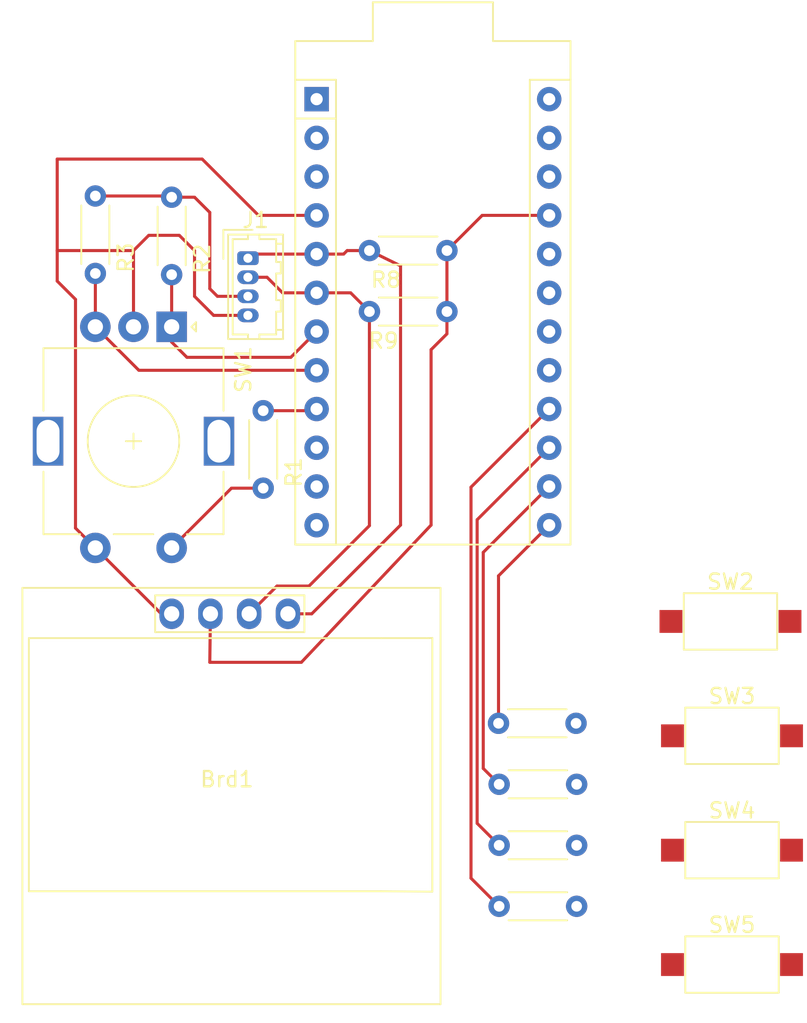
<source format=kicad_pcb>
(kicad_pcb (version 20241229) (generator "pcbnew") (generator_version "9.0")
  (layers (0 "F.Cu" signal) (2 "B.Cu" signal) (13 "F.Paste" user) (15 "B.Paste" user) (5 "F.SilkS" user "F.Silkscreen") (7 "B.SilkS" user "B.Silkscreen") (1 "F.Mask" user) (3 "B.Mask" user) (25 "Edge.Cuts" user))
  (net 0 "")
  (net 1 "VCC")
  (net 2 "SCL")
  (net 3 "SDA")
  (net 4 "Net-(U2-~D10{slash}A10)")
  (net 5 "SW")
  (net 6 "Net-(R1-Pad2)")
  (net 7 "DT")
  (net 8 "CLK")
  (net 9 "Net-(R4-Pad1)")
  (net 10 "Net-(U2-D16)")
  (net 11 "Net-(U2-D14)")
  (net 12 "Net-(R5-Pad1)")
  (net 13 "Net-(R6-Pad1)")
  (net 14 "Net-(U2-D15)")
  (net 15 "Net-(R7-Pad1)")
  (net 17 "GND")
  (footprint "SSD1306:128x64OLED" (layer "F.Cu") (at 137.62 108.42)
    (property "Reference" "Brd1" (at 0 0.254 0) (layer "F.SilkS"))
    (property "Value" "SSD1306")
    (fp_line (start -13.4 -12.3) (end 14 -12.3) (stroke (width 0.12)) (layer "F.SilkS"))
    (fp_line (start -13.4 15) (end -13.4 -12.3) (stroke (width 0.12)) (layer "F.SilkS"))
    (fp_line (start -12.978 -9.005) (end 10.122 -9.005) (stroke (width 0.12)) (layer "F.SilkS"))
    (fp_line (start -12.978 7.595) (end -12.978 -9.005) (stroke (width 0.12)) (layer "F.SilkS"))
    (fp_line (start -4.699 -11.811) (end -4.699 -9.398) (stroke (width 0.12)) (layer "F.SilkS"))
    (fp_line (start -4.699 -11.811) (end 5.08 -11.811) (stroke (width 0.12)) (layer "F.SilkS"))
    (fp_line (start 5.08 -11.811) (end 5.08 -9.398) (stroke (width 0.12)) (layer "F.SilkS"))
    (fp_line (start 5.08 -9.398) (end -4.699 -9.398) (stroke (width 0.12)) (layer "F.SilkS"))
    (fp_line (start 10.122 -9.005) (end 13.208 -9.005) (stroke (width 0.12)) (layer "F.SilkS"))
    (fp_line (start 10.122 7.595) (end -12.978 7.595) (stroke (width 0.12)) (layer "F.SilkS"))
    (fp_line (start 10.122 7.595) (end 13.462 7.62) (stroke (width 0.12)) (layer "F.SilkS"))
    (fp_line (start 13.462 -9.017) (end 13.208 -9.005) (stroke (width 0.12)) (layer "F.SilkS"))
    (fp_line (start 13.462 7.62) (end 13.462 -9.017) (stroke (width 0.12)) (layer "F.SilkS"))
    (fp_line (start 14 -12.3) (end 14 15) (stroke (width 0.12)) (layer "F.SilkS"))
    (fp_line (start 14 15) (end -13.4 15) (stroke (width 0.12)) (layer "F.SilkS"))
    (pad "1" thru_hole oval (at -3.62 -10.6 90) (size 2 1.6) (drill 1) (layers "*.Cu" "*.Mask") (net 17 "GND"))
    (pad "2" thru_hole oval (at -1.08 -10.6 90) (size 2 1.6) (drill 1) (layers "*.Cu" "*.Mask") (net 1 "VCC"))
    (pad "3" thru_hole oval (at 1.46 -10.6 90) (size 2 1.6) (drill 1) (layers "*.Cu" "*.Mask") (net 2 "SCL"))
    (pad "4" thru_hole oval (at 4 -10.6 90) (size 2 1.6) (drill 1) (layers "*.Cu" "*.Mask") (net 3 "SDA"))
  )
  (footprint "Button_Switch_SMD:SW_SPST_CK_RS282G05A3" (layer "F.Cu") (at 170.62 98.32)
    (property "Reference" "SW2" (at 0 -2.6 0) (layer "F.SilkS"))
    (property "Value" "Up")
    (fp_line (start -3.06 -1.85) (end 3.06 -1.85) (stroke (width 0.12)) (layer "F.SilkS"))
    (fp_line (start -3.06 1.85) (end -3.06 -1.85) (stroke (width 0.12)) (layer "F.SilkS"))
    (fp_line (start 3.06 -1.85) (end 3.06 1.85) (stroke (width 0.12)) (layer "F.SilkS"))
    (fp_line (start 3.06 1.85) (end -3.06 1.85) (stroke (width 0.12)) (layer "F.SilkS"))
    (pad "1" smd rect (at -3.9 0) (size 1.5 1.5) (layers "F.Cu" "F.Mask" "F.Paste") (net 9 "Net-(R4-Pad1)"))
    (pad "2" smd rect (at 3.9 0) (size 1.5 1.5) (layers "F.Cu" "F.Mask" "F.Paste") (net 17 "GND"))
  )
  (footprint "Resistor_THT:R_Axial_DIN0204_L3.6mm_D1.6mm_P5.08mm_Horizontal" (layer "F.Cu") (at 152.04 74 180)
    (property "Reference" "R8" (at 4 -1.92 0) (layer "F.SilkS"))
    (property "Value" "10K")
    (fp_line (start 0.62 0.92) (end 4.46 0.92) (stroke (width 0.12)) (layer "F.SilkS"))
    (fp_line (start 0.62 -0.92) (end 4.46 -0.92) (stroke (width 0.12)) (layer "F.SilkS"))
    (pad "1" thru_hole circle (at 0 0 180) (size 1.4 1.4) (drill 0.7) (layers "*.Cu" "*.Mask") (net 1 "VCC"))
    (pad "2" thru_hole circle (at 5.08 0 180) (size 1.4 1.4) (drill 0.7) (layers "*.Cu" "*.Mask") (net 3 "SDA"))
  )
  (footprint "Arduino:Sparkfun_Pro_Micro" (layer "F.Cu") (at 158.74 92.01 180)
    (property "Reference" "U2" (hide yes))
    (property "Value" "Sparkfun_Pro_Micro")
    (fp_line (start 16.637 31.75) (end 16.64 -1.27) (stroke (width 0.12)) (layer "F.SilkS"))
    (fp_line (start 16.637 -1.27) (end 1.27 -1.27) (stroke (width 0.12)) (layer "F.SilkS"))
    (fp_line (start 13.97 29.21) (end 16.64 29.21) (stroke (width 0.12)) (layer "F.SilkS"))
    (fp_line (start 13.97 26.67) (end 16.64 26.67) (stroke (width 0.12)) (layer "F.SilkS"))
    (fp_line (start 13.97 -1.27) (end 16.64 -1.27) (stroke (width 0.12)) (layer "F.SilkS"))
    (fp_line (start 13.97 -1.27) (end 13.97 29.21) (stroke (width 0.12)) (layer "F.SilkS"))
    (fp_line (start 11.557 34.29) (end 11.557 31.75) (stroke (width 0.12)) (layer "F.SilkS"))
    (fp_line (start 11.557 31.75) (end 16.637 31.75) (stroke (width 0.12)) (layer "F.SilkS"))
    (fp_line (start 3.683 34.29) (end 11.557 34.29) (stroke (width 0.12)) (layer "F.SilkS"))
    (fp_line (start 3.683 34.29) (end 3.683 31.75) (stroke (width 0.12)) (layer "F.SilkS"))
    (fp_line (start 1.27 29.21) (end -1.4 29.21) (stroke (width 0.12)) (layer "F.SilkS"))
    (fp_line (start 1.27 1.27) (end 1.27 29.21) (stroke (width 0.12)) (layer "F.SilkS"))
    (fp_line (start 1.27 1.27) (end 1.27 -1.27) (stroke (width 0.12)) (layer "F.SilkS"))
    (fp_line (start 1.27 -1.27) (end -1.397 -1.27) (stroke (width 0.12)) (layer "F.SilkS"))
    (fp_line (start -1.397 31.75) (end 3.683 31.75) (stroke (width 0.12)) (layer "F.SilkS"))
    (fp_line (start -1.397 -1.27) (end -1.397 31.75) (stroke (width 0.12)) (layer "F.SilkS"))
    (pad "1" thru_hole rect (at 15.24 27.94 180) (size 1.6 1.6) (drill 0.8) (layers "*.Cu" "*.Mask"))
    (pad "2" thru_hole oval (at 15.24 25.4 180) (size 1.6 1.6) (drill 0.8) (layers "*.Cu" "*.Mask"))
    (pad "3" thru_hole oval (at 15.24 22.86 180) (size 1.6 1.6) (drill 0.8) (layers "*.Cu" "*.Mask"))
    (pad "4" thru_hole oval (at 15.24 20.32 180) (size 1.6 1.6) (drill 0.8) (layers "*.Cu" "*.Mask"))
    (pad "5" thru_hole oval (at 15.24 17.78 180) (size 1.6 1.6) (drill 0.8) (layers "*.Cu" "*.Mask") (net 3 "SDA"))
    (pad "6" thru_hole oval (at 15.24 15.24 180) (size 1.6 1.6) (drill 0.8) (layers "*.Cu" "*.Mask") (net 2 "SCL"))
    (pad "7" thru_hole oval (at 15.24 12.7 180) (size 1.6 1.6) (drill 0.8) (layers "*.Cu" "*.Mask") (net 7 "DT"))
    (pad "8" thru_hole oval (at 15.24 10.16 180) (size 1.6 1.6) (drill 0.8) (layers "*.Cu" "*.Mask") (net 8 "CLK"))
    (pad "9" thru_hole oval (at 15.24 7.62 180) (size 1.6 1.6) (drill 0.8) (layers "*.Cu" "*.Mask") (net 5 "SW"))
    (pad "10" thru_hole oval (at 15.24 5.08 180) (size 1.6 1.6) (drill 0.8) (layers "*.Cu" "*.Mask"))
    (pad "11" thru_hole oval (at 15.24 2.54 180) (size 1.6 1.6) (drill 0.8) (layers "*.Cu" "*.Mask"))
    (pad "12" thru_hole oval (at 15.24 0 180) (size 1.6 1.6) (drill 0.8) (layers "*.Cu" "*.Mask"))
    (pad "13" thru_hole oval (at 0 0 180) (size 1.6 1.6) (drill 0.8) (layers "*.Cu" "*.Mask") (net 4 "Net-(U2-~D10{slash}A10)"))
    (pad "14" thru_hole oval (at 0 2.54 180) (size 1.6 1.6) (drill 0.8) (layers "*.Cu" "*.Mask") (net 10 "Net-(U2-D16)"))
    (pad "15" thru_hole oval (at 0 5.08 180) (size 1.6 1.6) (drill 0.8) (layers "*.Cu" "*.Mask") (net 11 "Net-(U2-D14)"))
    (pad "16" thru_hole oval (at 0 7.62 180) (size 1.6 1.6) (drill 0.8) (layers "*.Cu" "*.Mask") (net 14 "Net-(U2-D15)"))
    (pad "17" thru_hole oval (at 0 10.16 180) (size 1.6 1.6) (drill 0.8) (layers "*.Cu" "*.Mask"))
    (pad "18" thru_hole oval (at 0 12.7 180) (size 1.6 1.6) (drill 0.8) (layers "*.Cu" "*.Mask"))
    (pad "19" thru_hole oval (at 0 15.24 180) (size 1.6 1.6) (drill 0.8) (layers "*.Cu" "*.Mask"))
    (pad "20" thru_hole oval (at 0 17.78 180) (size 1.6 1.6) (drill 0.8) (layers "*.Cu" "*.Mask"))
    (pad "21" thru_hole oval (at 0 20.32 180) (size 1.6 1.6) (drill 0.8) (layers "*.Cu" "*.Mask") (net 1 "VCC"))
    (pad "22" thru_hole oval (at 0 22.86 180) (size 1.6 1.6) (drill 0.8) (layers "*.Cu" "*.Mask"))
    (pad "23" thru_hole oval (at 0 25.4 180) (size 1.6 1.6) (drill 0.8) (layers "*.Cu" "*.Mask") (net 17 "GND"))
    (pad "24" thru_hole oval (at 0 27.94 180) (size 1.6 1.6) (drill 0.8) (layers "*.Cu" "*.Mask"))
  )
  (footprint "Button_Switch_SMD:SW_SPST_CK_RS282G05A3" (layer "F.Cu") (at 170.72 113.32)
    (property "Reference" "SW4" (at 0 -2.6 0) (layer "F.SilkS"))
    (property "Value" "H")
    (fp_line (start -3.06 -1.85) (end 3.06 -1.85) (stroke (width 0.12)) (layer "F.SilkS"))
    (fp_line (start -3.06 1.85) (end -3.06 -1.85) (stroke (width 0.12)) (layer "F.SilkS"))
    (fp_line (start 3.06 -1.85) (end 3.06 1.85) (stroke (width 0.12)) (layer "F.SilkS"))
    (fp_line (start 3.06 1.85) (end -3.06 1.85) (stroke (width 0.12)) (layer "F.SilkS"))
    (pad "1" smd rect (at -3.9 0) (size 1.5 1.5) (layers "F.Cu" "F.Mask" "F.Paste") (net 13 "Net-(R6-Pad1)"))
    (pad "2" smd rect (at 3.9 0) (size 1.5 1.5) (layers "F.Cu" "F.Mask" "F.Paste") (net 17 "GND"))
  )
  (footprint "Resistor_THT:R_Axial_DIN0204_L3.6mm_D1.6mm_P5.08mm_Horizontal" (layer "F.Cu") (at 134 70.5 -90)
    (property "Reference" "R2" (at 4.04 -2 90) (layer "F.SilkS"))
    (property "Value" "10K")
    (fp_line (start 0.62 0.92) (end 4.46 0.92) (stroke (width 0.12)) (layer "F.SilkS"))
    (fp_line (start 0.62 -0.92) (end 4.46 -0.92) (stroke (width 0.12)) (layer "F.SilkS"))
    (pad "1" thru_hole circle (at 0 0 270) (size 1.4 1.4) (drill 0.7) (layers "*.Cu" "*.Mask") (net 1 "VCC"))
    (pad "2" thru_hole circle (at 5.08 0 270) (size 1.4 1.4) (drill 0.7) (layers "*.Cu" "*.Mask") (net 7 "DT"))
  )
  (footprint "Resistor_THT:R_Axial_DIN0204_L3.6mm_D1.6mm_P5.08mm_Horizontal" (layer "F.Cu") (at 160.5 105 180)
    (property "Reference" "R4" (hide yes))
    (property "Value" "10K")
    (fp_line (start 0.62 0.92) (end 4.46 0.92) (stroke (width 0.12)) (layer "F.SilkS"))
    (fp_line (start 0.62 -0.92) (end 4.46 -0.92) (stroke (width 0.12)) (layer "F.SilkS"))
    (pad "1" thru_hole circle (at 0 0 180) (size 1.4 1.4) (drill 0.7) (layers "*.Cu" "*.Mask") (net 9 "Net-(R4-Pad1)"))
    (pad "2" thru_hole circle (at 5.08 0 180) (size 1.4 1.4) (drill 0.7) (layers "*.Cu" "*.Mask") (net 4 "Net-(U2-~D10{slash}A10)"))
  )
  (footprint "Resistor_THT:R_Axial_DIN0204_L3.6mm_D1.6mm_P5.08mm_Horizontal" (layer "F.Cu") (at 140 84.5 -90)
    (property "Reference" "R1" (at 4.04 -2 90) (layer "F.SilkS"))
    (property "Value" "10K")
    (fp_line (start 0.62 0.92) (end 4.46 0.92) (stroke (width 0.12)) (layer "F.SilkS"))
    (fp_line (start 0.62 -0.92) (end 4.46 -0.92) (stroke (width 0.12)) (layer "F.SilkS"))
    (pad "1" thru_hole circle (at 0 0 270) (size 1.4 1.4) (drill 0.7) (layers "*.Cu" "*.Mask") (net 5 "SW"))
    (pad "2" thru_hole circle (at 5.08 0 270) (size 1.4 1.4) (drill 0.7) (layers "*.Cu" "*.Mask") (net 6 "Net-(R1-Pad2)"))
  )
  (footprint "Resistor_THT:R_Axial_DIN0204_L3.6mm_D1.6mm_P5.08mm_Horizontal" (layer "F.Cu") (at 152.04 78 180)
    (property "Reference" "R9" (at 4.16 -1.92 0) (layer "F.SilkS"))
    (property "Value" "10K")
    (fp_line (start 0.62 0.92) (end 4.46 0.92) (stroke (width 0.12)) (layer "F.SilkS"))
    (fp_line (start 0.62 -0.92) (end 4.46 -0.92) (stroke (width 0.12)) (layer "F.SilkS"))
    (pad "1" thru_hole circle (at 0 0 180) (size 1.4 1.4) (drill 0.7) (layers "*.Cu" "*.Mask") (net 1 "VCC"))
    (pad "2" thru_hole circle (at 5.08 0 180) (size 1.4 1.4) (drill 0.7) (layers "*.Cu" "*.Mask") (net 2 "SCL"))
  )
  (footprint "Rotary_Encoder:RotaryEncoder_Alps_EC11E-Switch_Vertical_H20mm" (layer "F.Cu") (at 134 79 -90)
    (property "Reference" "SW1" (at 2.8 -4.7 90) (layer "F.SilkS"))
    (property "Value" "RotaryEncoder")
    (fp_line (start 5.5 8.4) (end 1.4 8.4) (stroke (width 0.12)) (layer "F.SilkS"))
    (fp_line (start 13.6 8.4) (end 9.5 8.4) (stroke (width 0.12)) (layer "F.SilkS"))
    (fp_line (start 13.6 6) (end 13.6 8.4) (stroke (width 0.12)) (layer "F.SilkS"))
    (fp_line (start 7 2.5) (end 8 2.5) (stroke (width 0.12)) (layer "F.SilkS"))
    (fp_line (start 7.5 2) (end 7.5 3) (stroke (width 0.12)) (layer "F.SilkS"))
    (fp_line (start 13.6 1.2) (end 13.6 3.8) (stroke (width 0.12)) (layer "F.SilkS"))
    (fp_line (start 0 -1.3) (end -0.3 -1.6) (stroke (width 0.12)) (layer "F.SilkS"))
    (fp_line (start -0.3 -1.6) (end 0.3 -1.6) (stroke (width 0.12)) (layer "F.SilkS"))
    (fp_line (start 0.3 -1.6) (end 0 -1.3) (stroke (width 0.12)) (layer "F.SilkS"))
    (fp_line (start 1.4 -3.4) (end 1.4 8.4) (stroke (width 0.12)) (layer "F.SilkS"))
    (fp_line (start 5.5 -3.4) (end 1.4 -3.4) (stroke (width 0.12)) (layer "F.SilkS"))
    (fp_line (start 9.5 -3.4) (end 13.6 -3.4) (stroke (width 0.12)) (layer "F.SilkS"))
    (fp_line (start 13.6 -3.4) (end 13.6 -1) (stroke (width 0.12)) (layer "F.SilkS"))
    (fp_circle (center 7.5 2.5) (end 10.5 2.5) (stroke (width 0.12)) (fill no) (layer "F.SilkS"))
    (pad "A" thru_hole rect (at 0 0 270) (size 2 2) (drill 1) (layers "*.Cu" "*.Mask") (net 7 "DT"))
    (pad "B" thru_hole circle (at 0 5 270) (size 2 2) (drill 1) (layers "*.Cu" "*.Mask") (net 8 "CLK"))
    (pad "C" thru_hole circle (at 0 2.5 270) (size 2 2) (drill 1) (layers "*.Cu" "*.Mask") (net 17 "GND"))
    (pad "MP" thru_hole rect (at 7.5 -3.1 270) (size 3.2 2) (drill oval 2.8 1.5) (layers "*.Cu" "*.Mask"))
    (pad "MP" thru_hole rect (at 7.5 8.1 270) (size 3.2 2) (drill oval 2.8 1.5) (layers "*.Cu" "*.Mask"))
    (pad "S1" thru_hole circle (at 14.5 5 270) (size 2 2) (drill 1) (layers "*.Cu" "*.Mask") (net 17 "GND"))
    (pad "S2" thru_hole circle (at 14.5 0 270) (size 2 2) (drill 1) (layers "*.Cu" "*.Mask") (net 6 "Net-(R1-Pad2)"))
  )
  (footprint "Resistor_THT:R_Axial_DIN0204_L3.6mm_D1.6mm_P5.08mm_Horizontal" (layer "F.Cu") (at 160.54 117 180)
    (property "Reference" "R7" (hide yes))
    (property "Value" "10K")
    (fp_line (start 0.62 0.92) (end 4.46 0.92) (stroke (width 0.12)) (layer "F.SilkS"))
    (fp_line (start 0.62 -0.92) (end 4.46 -0.92) (stroke (width 0.12)) (layer "F.SilkS"))
    (pad "1" thru_hole circle (at 0 0 180) (size 1.4 1.4) (drill 0.7) (layers "*.Cu" "*.Mask") (net 15 "Net-(R7-Pad1)"))
    (pad "2" thru_hole circle (at 5.08 0 180) (size 1.4 1.4) (drill 0.7) (layers "*.Cu" "*.Mask") (net 14 "Net-(U2-D15)"))
  )
  (footprint "Resistor_THT:R_Axial_DIN0204_L3.6mm_D1.6mm_P5.08mm_Horizontal" (layer "F.Cu") (at 160.54 109 180)
    (property "Reference" "R5" (hide yes))
    (property "Value" "10K")
    (fp_line (start 0.62 0.92) (end 4.46 0.92) (stroke (width 0.12)) (layer "F.SilkS"))
    (fp_line (start 0.62 -0.92) (end 4.46 -0.92) (stroke (width 0.12)) (layer "F.SilkS"))
    (pad "1" thru_hole circle (at 0 0 180) (size 1.4 1.4) (drill 0.7) (layers "*.Cu" "*.Mask") (net 12 "Net-(R5-Pad1)"))
    (pad "2" thru_hole circle (at 5.08 0 180) (size 1.4 1.4) (drill 0.7) (layers "*.Cu" "*.Mask") (net 10 "Net-(U2-D16)"))
  )
  (footprint "Resistor_THT:R_Axial_DIN0204_L3.6mm_D1.6mm_P5.08mm_Horizontal" (layer "F.Cu") (at 160.54 113 180)
    (property "Reference" "R6" (hide yes))
    (property "Value" "10K")
    (fp_line (start 0.62 0.92) (end 4.46 0.92) (stroke (width 0.12)) (layer "F.SilkS"))
    (fp_line (start 0.62 -0.92) (end 4.46 -0.92) (stroke (width 0.12)) (layer "F.SilkS"))
    (pad "1" thru_hole circle (at 0 0 180) (size 1.4 1.4) (drill 0.7) (layers "*.Cu" "*.Mask") (net 13 "Net-(R6-Pad1)"))
    (pad "2" thru_hole circle (at 5.08 0 180) (size 1.4 1.4) (drill 0.7) (layers "*.Cu" "*.Mask") (net 11 "Net-(U2-D14)"))
  )
  (footprint "Connector_Hirose:Hirose_DF13-04P-1.25DSA_1x04_P1.25mm_Vertical" (layer "F.Cu") (at 139 74.5 -90)
    (property "Reference" "J1" (at -2.5 -0.5 0) (layer "F.SilkS"))
    (property "Value" "External I2C")
    (fp_line (start -1.86 1.61) (end 0.05 1.61) (stroke (width 0.12)) (layer "F.SilkS"))
    (fp_line (start -1.55 1.3) (end 5.3 1.3) (stroke (width 0.12)) (layer "F.SilkS"))
    (fp_line (start 5.3 1.3) (end 5.3 -2.3) (stroke (width 0.12)) (layer "F.SilkS"))
    (fp_line (start -1.25 1) (end 5 1) (stroke (width 0.12)) (layer "F.SilkS"))
    (fp_line (start 5 1) (end 5 0) (stroke (width 0.12)) (layer "F.SilkS"))
    (fp_line (start -1.55 0) (end -1.25 0) (stroke (width 0.12)) (layer "F.SilkS"))
    (fp_line (start -1.25 0) (end -1.25 1) (stroke (width 0.12)) (layer "F.SilkS"))
    (fp_line (start 5 0) (end 5.3 0) (stroke (width 0.12)) (layer "F.SilkS"))
    (fp_line (start -1.86 -0.3) (end -1.86 1.61) (stroke (width 0.12)) (layer "F.SilkS"))
    (fp_line (start -1.55 -0.75) (end -1.25 -0.75) (stroke (width 0.12)) (layer "F.SilkS"))
    (fp_line (start -1.25 -0.75) (end -1.25 -1.85) (stroke (width 0.12)) (layer "F.SilkS"))
    (fp_line (start 5 -0.75) (end 5 -1.85) (stroke (width 0.12)) (layer "F.SilkS"))
    (fp_line (start 5.3 -0.75) (end 5 -0.75) (stroke (width 0.12)) (layer "F.SilkS"))
    (fp_line (start -1.25 -1.85) (end -0.95 -1.85) (stroke (width 0.12)) (layer "F.SilkS"))
    (fp_line (start -0.95 -1.85) (end 0.25 -1.85) (stroke (width 0.12)) (layer "F.SilkS"))
    (fp_line (start -0.95 -1.85) (end -0.95 -2.3) (stroke (width 0.12)) (layer "F.SilkS"))
    (fp_line (start 0.25 -1.85) (end 0.25 -2.15) (stroke (width 0.12)) (layer "F.SilkS"))
    (fp_line (start 1 -1.85) (end 2.75 -1.85) (stroke (width 0.12)) (layer "F.SilkS"))
    (fp_line (start 2.75 -1.85) (end 2.75 -2.15) (stroke (width 0.12)) (layer "F.SilkS"))
    (fp_line (start 3.5 -1.85) (end 4.7 -1.85) (stroke (width 0.12)) (layer "F.SilkS"))
    (fp_line (start 4.7 -1.85) (end 4.7 -2.3) (stroke (width 0.12)) (layer "F.SilkS"))
    (fp_line (start 5 -1.85) (end 4.7 -1.85) (stroke (width 0.12)) (layer "F.SilkS"))
    (fp_line (start 0.25 -2.15) (end 1 -2.15) (stroke (width 0.12)) (layer "F.SilkS"))
    (fp_line (start 1 -2.15) (end 1 -1.85) (stroke (width 0.12)) (layer "F.SilkS"))
    (fp_line (start 2.75 -2.15) (end 3.5 -2.15) (stroke (width 0.12)) (layer "F.SilkS"))
    (fp_line (start 3.5 -2.15) (end 3.5 -1.85) (stroke (width 0.12)) (layer "F.SilkS"))
    (fp_line (start -1.55 -2.3) (end -1.55 1.3) (stroke (width 0.12)) (layer "F.SilkS"))
    (fp_line (start 5.3 -2.3) (end -1.55 -2.3) (stroke (width 0.12)) (layer "F.SilkS"))
    (pad "1" thru_hole roundrect (at 0 0 270) (size 0.9 1.4) (drill 0.6) (layers "*.Cu" "*.Mask") (net 3 "SDA"))
    (pad "2" thru_hole oval (at 1.25 0 270) (size 0.9 1.4) (drill 0.6) (layers "*.Cu" "*.Mask") (net 2 "SCL"))
    (pad "3" thru_hole oval (at 2.5 0 270) (size 0.9 1.4) (drill 0.6) (layers "*.Cu" "*.Mask") (net 1 "VCC"))
    (pad "4" thru_hole oval (at 3.75 0 270) (size 0.9 1.4) (drill 0.6) (layers "*.Cu" "*.Mask") (net 17 "GND"))
  )
  (footprint "Resistor_THT:R_Axial_DIN0204_L3.6mm_D1.6mm_P5.08mm_Horizontal" (layer "F.Cu") (at 129 75.5 90)
    (property "Reference" "R3" (at 1.04 2 90) (layer "F.SilkS"))
    (property "Value" "10K")
    (fp_line (start 0.62 -0.92) (end 4.46 -0.92) (stroke (width 0.12)) (layer "F.SilkS"))
    (fp_line (start 0.62 0.92) (end 4.46 0.92) (stroke (width 0.12)) (layer "F.SilkS"))
    (pad "1" thru_hole circle (at 0 0 90) (size 1.4 1.4) (drill 0.7) (layers "*.Cu" "*.Mask") (net 8 "CLK"))
    (pad "2" thru_hole circle (at 5.08 0 90) (size 1.4 1.4) (drill 0.7) (layers "*.Cu" "*.Mask") (net 1 "VCC"))
  )
  (footprint "Button_Switch_SMD:SW_SPST_CK_RS282G05A3" (layer "F.Cu") (at 170.72 105.82)
    (property "Reference" "SW3" (at 0 -2.6 0) (layer "F.SilkS"))
    (property "Value" "Down")
    (fp_line (start -3.06 -1.85) (end 3.06 -1.85) (stroke (width 0.12)) (layer "F.SilkS"))
    (fp_line (start -3.06 1.85) (end -3.06 -1.85) (stroke (width 0.12)) (layer "F.SilkS"))
    (fp_line (start 3.06 -1.85) (end 3.06 1.85) (stroke (width 0.12)) (layer "F.SilkS"))
    (fp_line (start 3.06 1.85) (end -3.06 1.85) (stroke (width 0.12)) (layer "F.SilkS"))
    (pad "1" smd rect (at -3.9 0) (size 1.5 1.5) (layers "F.Cu" "F.Mask" "F.Paste") (net 12 "Net-(R5-Pad1)"))
    (pad "2" smd rect (at 3.9 0) (size 1.5 1.5) (layers "F.Cu" "F.Mask" "F.Paste") (net 17 "GND"))
  )
  (footprint "Button_Switch_SMD:SW_SPST_CK_RS282G05A3" (layer "F.Cu") (at 170.72 120.82)
    (property "Reference" "SW5" (at 0 -2.6 0) (layer "F.SilkS"))
    (property "Value" "*")
    (fp_line (start -3.06 -1.85) (end 3.06 -1.85) (stroke (width 0.12)) (layer "F.SilkS"))
    (fp_line (start -3.06 1.85) (end -3.06 -1.85) (stroke (width 0.12)) (layer "F.SilkS"))
    (fp_line (start 3.06 -1.85) (end 3.06 1.85) (stroke (width 0.12)) (layer "F.SilkS"))
    (fp_line (start 3.06 1.85) (end -3.06 1.85) (stroke (width 0.12)) (layer "F.SilkS"))
    (pad "1" smd rect (at -3.9 0) (size 1.5 1.5) (layers "F.Cu" "F.Mask" "F.Paste") (net 15 "Net-(R7-Pad1)"))
    (pad "2" smd rect (at 3.9 0) (size 1.5 1.5) (layers "F.Cu" "F.Mask" "F.Paste") (net 17 "GND"))
  )
  (segment (start 136.5 76.5) (end 137 77) (width 0.2) (layer "F.Cu") (net 1))
  (segment (start 152.04 74) (end 152.04 78) (width 0.2) (layer "F.Cu") (net 1))
  (segment (start 136.5 71.5) (end 136.5 76.5) (width 0.2) (layer "F.Cu") (net 1))
  (segment (start 151 92) (end 142.5 101) (width 0.2) (layer "F.Cu") (net 1))
  (segment (start 134 70.5) (end 135.5 70.5) (width 0.2) (layer "F.Cu") (net 1))
  (segment (start 133.92 70.42) (end 134 70.5) (width 0.2) (layer "F.Cu") (net 1))
  (segment (start 137 77) (end 139 77) (width 0.2) (layer "F.Cu") (net 1))
  (segment (start 152.04 78) (end 152.04 79.46) (width 0.2) (layer "F.Cu") (net 1))
  (segment (start 136.5 101) (end 136.54 97.82) (width 0.2) (layer "F.Cu") (net 1))
  (segment (start 158.74 71.69) (end 154.35 71.69) (width 0.2) (layer "F.Cu") (net 1))
  (segment (start 152.04 79.46) (end 151 80.5) (width 0.2) (layer "F.Cu") (net 1))
  (segment (start 135.5 70.5) (end 136.5 71.5) (width 0.2) (layer "F.Cu") (net 1))
  (segment (start 154.35 71.69) (end 152.04 74) (width 0.2) (layer "F.Cu") (net 1))
  (segment (start 151 80.5) (end 151 92) (width 0.2) (layer "F.Cu") (net 1))
  (segment (start 129 70.42) (end 133.92 70.42) (width 0.2) (layer "F.Cu") (net 1))
  (segment (start 142.5 101) (end 136.5 101) (width 0.2) (layer "F.Cu") (net 1))
  (segment (start 145.73 76.77) (end 146.96 78) (width 0.2) (layer "F.Cu") (net 2))
  (segment (start 143 96) (end 140.9 96) (width 0.2) (layer "F.Cu") (net 2))
  (segment (start 139 75.75) (end 140.25 75.75) (width 0.2) (layer "F.Cu") (net 2))
  (segment (start 141.27 76.77) (end 143.5 76.77) (width 0.2) (layer "F.Cu") (net 2))
  (segment (start 146.96 78) (end 146.96 92.04) (width 0.2) (layer "F.Cu") (net 2))
  (segment (start 140.25 75.75) (end 141.27 76.77) (width 0.2) (layer "F.Cu") (net 2))
  (segment (start 146.96 92.04) (end 143 96) (width 0.2) (layer "F.Cu") (net 2))
  (segment (start 143.5 76.77) (end 145.73 76.77) (width 0.2) (layer "F.Cu") (net 2))
  (segment (start 140.9 96) (end 139.08 97.82) (width 0.2) (layer "F.Cu") (net 2))
  (segment (start 145.5 74) (end 145.27 74.23) (width 0.2) (layer "F.Cu") (net 3))
  (segment (start 146.96 74) (end 145.5 74) (width 0.2) (layer "F.Cu") (net 3))
  (segment (start 145.27 74.23) (end 143.5 74.23) (width 0.2) (layer "F.Cu") (net 3))
  (segment (start 149 75) (end 149 92) (width 0.2) (layer "F.Cu") (net 3))
  (segment (start 143.18 97.82) (end 149 92) (width 0.2) (layer "F.Cu") (net 3))
  (segment (start 146.96 74) (end 149 75) (width 0.2) (layer "F.Cu") (net 3))
  (segment (start 141.62 97.82) (end 143.18 97.82) (width 0.2) (layer "F.Cu") (net 3))
  (segment (start 139.27 74.23) (end 143.5 74.23) (width 0.2) (layer "F.Cu") (net 3))
  (segment (start 139 74.5) (end 139.27 74.23) (width 0.2) (layer "F.Cu") (net 3))
  (segment (start 155.42 95.33) (end 158.74 92.01) (width 0.2) (layer "F.Cu") (net 4))
  (segment (start 155.42 105) (end 155.42 95.33) (width 0.2) (layer "F.Cu") (net 4))
  (segment (start 143.39 84.5) (end 143.5 84.39) (width 0.2) (layer "F.Cu") (net 5))
  (segment (start 140 84.5) (end 143.39 84.5) (width 0.2) (layer "F.Cu") (net 5))
  (segment (start 137.92 89.58) (end 140 89.58) (width 0.2) (layer "F.Cu") (net 6))
  (segment (start 134 93.5) (end 137.92 89.58) (width 0.2) (layer "F.Cu") (net 6))
  (segment (start 141.81 81) (end 135 81) (width 0.2) (layer "F.Cu") (net 7))
  (segment (start 134 75.58) (end 134 79) (width 0.2) (layer "F.Cu") (net 7))
  (segment (start 135 81) (end 134 80) (width 0.2) (layer "F.Cu") (net 7))
  (segment (start 143.5 79.31) (end 141.81 81) (width 0.2) (layer "F.Cu") (net 7))
  (segment (start 134 80) (end 134 79) (width 0.2) (layer "F.Cu") (net 7))
  (segment (start 129 75.5) (end 129 79) (width 0.2) (layer "F.Cu") (net 8))
  (segment (start 131.85 81.85) (end 129 79) (width 0.2) (layer "F.Cu") (net 8))
  (segment (start 143.5 81.85) (end 131.85 81.85) (width 0.2) (layer "F.Cu") (net 8))
  (segment (start 154.419 107.959) (end 154.419 93.791) (width 0.2) (layer "F.Cu") (net 10))
  (segment (start 155.46 109) (end 154.419 107.959) (width 0.2) (layer "F.Cu") (net 10))
  (segment (start 154.419 93.791) (end 158.74 89.47) (width 0.2) (layer "F.Cu") (net 10))
  (segment (start 154.018 91.652) (end 158.74 86.93) (width 0.2) (layer "F.Cu") (net 11))
  (segment (start 154.018 111.558) (end 154.018 91.652) (width 0.2) (layer "F.Cu") (net 11))
  (segment (start 155.46 113) (end 154.018 111.558) (width 0.2) (layer "F.Cu") (net 11))
  (segment (start 155.46 117) (end 153.617 115.157) (width 0.2) (layer "F.Cu") (net 14))
  (segment (start 153.617 89.513) (end 158.74 84.39) (width 0.2) (layer "F.Cu") (net 14))
  (segment (start 153.617 115.157) (end 153.617 89.513) (width 0.2) (layer "F.Cu") (net 14))
  (segment (start 136 68) (end 126.5 68) (width 0.2) (layer "F.Cu") (net 17))
  (segment (start 133.32 97.82) (end 134 97.82) (width 0.2) (layer "F.Cu") (net 17))
  (segment (start 136.75 78.25) (end 139 78.25) (width 0.2) (layer "F.Cu") (net 17))
  (segment (start 132.5 73) (end 134.5 73) (width 0.2) (layer "F.Cu") (net 17))
  (segment (start 131.5 74) (end 132.5 73) (width 0.2) (layer "F.Cu") (net 17))
  (segment (start 126.5 76) (end 126.5 74) (width 0.2) (layer "F.Cu") (net 17))
  (segment (start 126.5 74) (end 131.5 74) (width 0.2) (layer "F.Cu") (net 17))
  (segment (start 127.699 77.199) (end 126.5 76) (width 0.2) (layer "F.Cu") (net 17))
  (segment (start 127.699 92.199) (end 127.699 77.199) (width 0.2) (layer "F.Cu") (net 17))
  (segment (start 129 93.5) (end 133.32 97.82) (width 0.2) (layer "F.Cu") (net 17))
  (segment (start 131.5 79) (end 131.5 74) (width 0.2) (layer "F.Cu") (net 17))
  (segment (start 139.69 71.69) (end 136 68) (width 0.2) (layer "F.Cu") (net 17))
  (segment (start 135.5 77) (end 136.75 78.25) (width 0.2) (layer "F.Cu") (net 17))
  (segment (start 135.5 74) (end 135.5 77) (width 0.2) (layer "F.Cu") (net 17))
  (segment (start 129 93.5) (end 127.699 92.199) (width 0.2) (layer "F.Cu") (net 17))
  (segment (start 143.5 71.69) (end 139.69 71.69) (width 0.2) (layer "F.Cu") (net 17))
  (segment (start 134.5 73) (end 135.5 74) (width 0.2) (layer "F.Cu") (net 17))
  (segment (start 126.5 68) (end 126.5 74) (width 0.2) (layer "F.Cu") (net 17))
)
</source>
